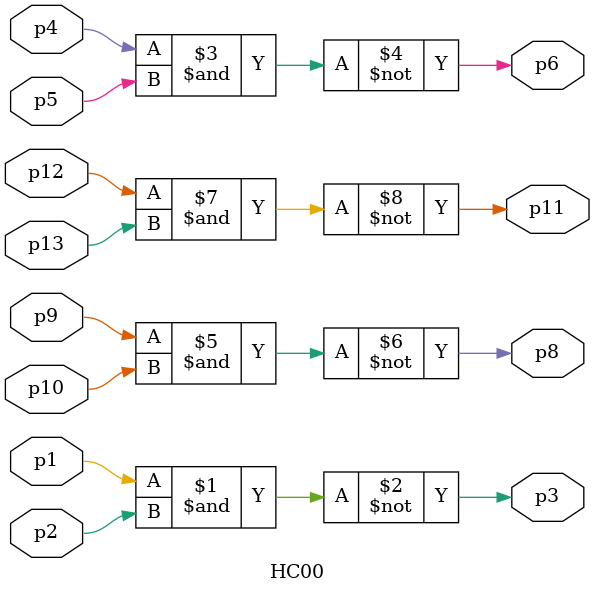
<source format=v>

module HC00(
    input wire p1,p2,
    input wire p4,p5,
    input wire p9,p10,
    input wire p12,p13,
    output wire p3,p6,p8,p11
);

assign p3=~(p1&p2);
assign p6=~(p4&p5);
assign p8=~(p9&p10);
assign p11=~(p12&p13);
endmodule
</source>
